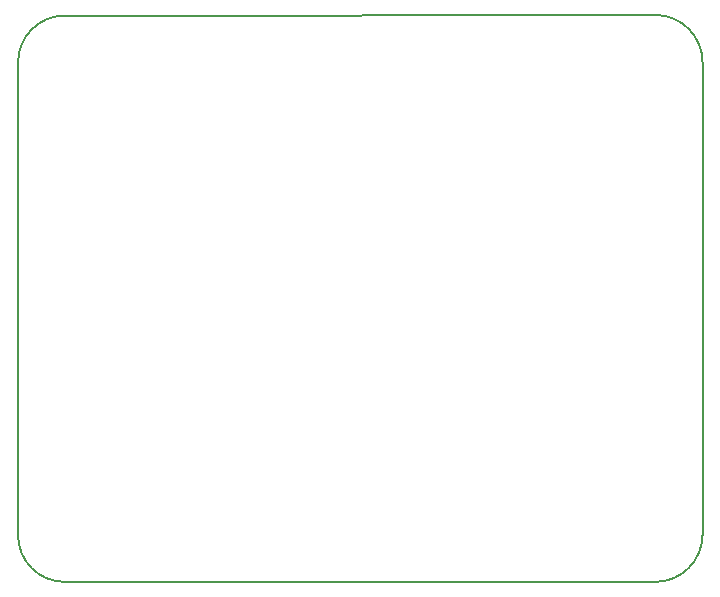
<source format=gbr>
%TF.GenerationSoftware,KiCad,Pcbnew,(6.0.9)*%
%TF.CreationDate,2023-02-16T17:01:49+01:00*%
%TF.ProjectId,TP_MCU,54505f4d-4355-42e6-9b69-6361645f7063,rev?*%
%TF.SameCoordinates,Original*%
%TF.FileFunction,Profile,NP*%
%FSLAX46Y46*%
G04 Gerber Fmt 4.6, Leading zero omitted, Abs format (unit mm)*
G04 Created by KiCad (PCBNEW (6.0.9)) date 2023-02-16 17:01:49*
%MOMM*%
%LPD*%
G01*
G04 APERTURE LIST*
%TA.AperFunction,Profile*%
%ADD10C,0.150000*%
%TD*%
G04 APERTURE END LIST*
D10*
X114000000Y-40000000D02*
X114000000Y-80000000D01*
X60000221Y-36051616D02*
X110000000Y-36000000D01*
X56048812Y-80000573D02*
X56048813Y-40000573D01*
X110000000Y-83999999D02*
X60000000Y-83999999D01*
X114000000Y-40000000D02*
G75*
G03*
X110000000Y-36000000I-4000000J0D01*
G01*
X110000000Y-83999999D02*
G75*
G03*
X114000000Y-80000000I1J3999999D01*
G01*
X60000221Y-36051615D02*
G75*
G03*
X56048813Y-40000573I17012J-3968432D01*
G01*
X56048812Y-80000573D02*
G75*
G03*
X60000000Y-83999999I3952758J-46396D01*
G01*
X110000000Y-36000000D02*
X110000000Y-36000000D01*
M02*

</source>
